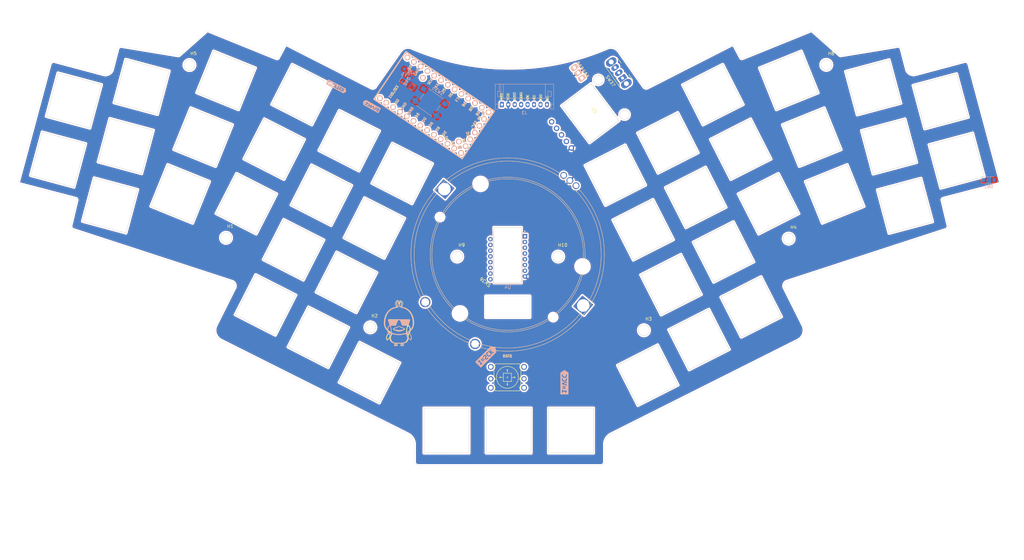
<source format=kicad_pcb>
(kicad_pcb (version 20211014) (generator pcbnew)
  (layers (0 "F.Cu" signal) (31 "B.Cu" signal) (34 "B.Paste" user) (35 "F.Paste" user) (36 "B.SilkS" user "B.Silkscreen") (37 "F.SilkS" user "F.Silkscreen") (38 "B.Mask" user) (39 "F.Mask" user) (44 "Edge.Cuts" user))
  (net 0 "")
  (net 1 "VCC")
  (net 2 "GND")
  (net 3 "VDD")
  (net 4 "Net-(C3-Pad1)")
  (net 5 "row_1")
  (net 6 "row_0")
  (net 7 "col6")
  (net 8 "row_3")
  (net 9 "row_2")
  (net 10 "MOSI")
  (net 11 "MOTION")
  (net 12 "NCS")
  (net 13 "MISO")
  (net 14 "SCLK")
  (net 15 "Net-(R1-Pad2)")
  (net 16 "Net-(R2-Pad1)")
  (net 17 "EncL")
  (net 18 "EncR")
  (net 19 "SDA")
  (net 20 "SCL")
  (net 21 "SR_CS")
  (net 28 "Net-(D35-Pad1)")
  (net 29 "TFT_CS")
  (net 30 "row_4")
  (net 31 "RESET")
  (net 33 "bat+")
  (net 34 "TFT_DC")
  (net 35 "Net-(D36-Pad1)")
  (net 36 "Net-(D37-Pad1)")
  (net 37 "Net-(D38-Pad1)")
  (net 38 "Net-(D39-Pad1)")
  (net 39 "row_5")
  (net 40 "TFT_RST")
  (net 41 "TFT_BL")
  (net 42 "RAW")
  (net 43 "GPIO10")
  (net 44 "LED_3V3")
  (net 45 "LED_PWR")
  (net 46 "LED_5V")
  (net 47 "Net-(D40-Pad2)")
  (net 48 "Net-(D81-Pad1)")
  (net 49 "row_6")
  (net 50 "GPIO11")
  (net 51 "GPIO16")
  (net 52 "LED_SHFT_5V")
  (footprint "Alaa:14mm-switch-hole" (layer "F.Cu") (at 225.603 181.816199 180)
    (fp_text reference "D73" hide)
    (fp_text value "SK6812MINI-E" hide)
    (fp_line (start -6.98 -7.01) (end 7.02 -6.99) (layer "Edge.Cuts") (width 0.12))
    (fp_line (start -6.99 7) (end -6.98 -7.01) (layer "Edge.Cuts") (width 0.12))
    (fp_line (start 7.02 -6.99) (end 7.01 7) (layer "Edge.Cuts") (width 0.12))
    (fp_line (start 7.01 7) (end -6.99 7) (layer "Edge.Cuts") (width 0.12))
  )
  (footprint "Alaa:14mm-switch-hole" (layer "F.Cu") (at 329.150363 112.077706 -165)
    (fp_text reference "D42" hide)
    (fp_text value "SK6812MINI-E" hide)
    (fp_line (start -6.99 7) (end -6.98 -7.01) (layer "Edge.Cuts") (width 0.12))
    (fp_line (start 7.01 7) (end -6.99 7) (layer "Edge.Cuts") (width 0.12))
    (fp_line (start 7.02 -6.99) (end 7.01 7) (layer "Edge.Cuts") (width 0.12))
    (fp_line (start -6.98 -7.01) (end 7.02 -6.99) (layer "Edge.Cuts") (width 0.12))
  )
  (footprint "Alaa:MountingHole_M3-edgeCut" (layer "F.Cu") (at 221.615 127.8412)
    (fp_text reference "H10" (at 1.388238 -3.568475 1) (layer "F.SilkS"))
    (fp_text value "MountingHole_Pad")
    (fp_circle (center 0.01 -0.01) (end 0.762 1.524) (layer "Edge.Cuts") (width 0.12) (fill none))
  )
  (footprint "Alaa:14mm-switch-hole" (layer "F.Cu") (at 130.881959 142.846294 153)
    (fp_text reference "D85" hide)
    (fp_text value "SK6812MINI-E" hide)
    (fp_line (start -6.99 7) (end -6.98 -7.01) (layer "Edge.Cuts") (width 0.12))
    (fp_line (start -6.98 -7.01) (end 7.02 -6.99) (layer "Edge.Cuts") (width 0.12))
    (fp_line (start 7.01 7) (end -6.99 7) (layer "Edge.Cuts") (width 0.12))
    (fp_line (start 7.02 -6.99) (end 7.01 7) (layer "Edge.Cuts") (width 0.12))
  )
  (footprint "Alaa:MountingHole_M3-edgeCut" (layer "F.Cu") (at 304.725639 68.348093 -2)
    (fp_text reference "H8" (at 1.388238 -3.568475 -1) (layer "F.SilkS"))
    (fp_text value "MountingHole_Pad")
    (fp_circle (center 0.01 -0.01) (end 0.762 1.524) (layer "Edge.Cuts") (width 0.12) (fill none))
  )
  (footprint "kibuzzard-639A2CA8" (layer "F.Cu") (at 214.149 78.4382 -90)
    (fp_text reference "kibuzzard-639A2CA8" hide)
    (fp_text value "G***" hide)
  )
  (footprint "kibuzzard-639A2C18" (layer "F.Cu") (at 206.021 78.1842 -90)
    (fp_text reference "kibuzzard-639A2C18" hide)
    (fp_text value "G***" hide)
  )
  (footprint "kibuzzard-639A2CB2" (layer "F.Cu") (at 216.181 78.4382 -90)
    (fp_text reference "kibuzzard-639A2CB2" hide)
    (fp_text value "G***" hide)
  )
  (footprint "Alaa:14mm-switch-hole" (layer "F.Cu") (at 324.222009 93.674381 -165)
    (fp_text reference "D56" hide)
    (fp_text value "SK6812MINI-E" hide)
    (fp_line (start -6.98 -7.01) (end 7.02 -6.99) (layer "Edge.Cuts") (width 0.12))
    (fp_line (start 7.02 -6.99) (end 7.01 7) (layer "Edge.Cuts") (width 0.12))
    (fp_line (start 7.01 7) (end -6.99 7) (layer "Edge.Cuts") (width 0.12))
    (fp_line (start -6.99 7) (end -6.98 -7.01) (layer "Edge.Cuts") (width 0.12))
  )
  (footprint "kibuzzard-639A2CBD" (layer "F.Cu") (at 218.213 78.6922 -90)
    (fp_text reference "kibuzzard-639A2CBD" hide)
    (fp_text value "G***" hide)
  )
  (footprint "Alaa:14mm-switch-hole" (layer "F.Cu") (at 239.337078 102.587385 -153)
    (fp_text reference "D50" hide)
    (fp_text value "SK6812MINI-E" hide)
    (fp_line (start 7.01 7) (end -6.99 7) (layer "Edge.Cuts") (width 0.12))
    (fp_line (start -6.98 -7.01) (end 7.02 -6.99) (layer "Edge.Cuts") (width 0.12))
    (fp_line (start -6.99 7) (end -6.98 -7.01) (layer "Edge.Cuts") (width 0.12))
    (fp_line (start 7.02 -6.99) (end 7.01 7) (layer "Edge.Cuts") (width 0.12))
  )
  (footprint "Alaa:14mm-switch-hole" (layer "F.Cu") (at 255.639252 92.545289 -153)
    (fp_text reference "D57" hide)
    (fp_text value "SK6812MINI-E" hide)
    (fp_line (start -6.98 -7.01) (end 7.02 -6.99) (layer "Edge.Cuts") (width 0.12))
    (fp_line (start 7.02 -6.99) (end 7.01 7) (layer "Edge.Cuts") (width 0.12))
    (fp_line (start 7.01 7) (end -6.99 7) (layer "Edge.Cuts") (width 0.12))
    (fp_line (start -6.99 7) (end -6.98 -7.01) (layer "Edge.Cuts") (width 0.12))
  )
  (footprint "Alaa:14mm-switch-hole" (layer "F.Cu") (at 82.682376 111.9662 165)
    (fp_text reference "D48" hide)
    (fp_text value "SK6812MINI-E" hide)
    (fp_line (start 7.02 -6.99) (end 7.01 7) (layer "Edge.Cuts") (width 0.12))
    (fp_line (start -6.98 -7.01) (end 7.02 -6.99) (layer "Edge.Cuts") (width 0.12))
    (fp_line (start -6.99 7) (end -6.98 -7.01) (layer "Edge.Cuts") (width 0.12))
    (fp_line (start 7.01 7) (end -6.99 7) (layer "Edge.Cuts") (width 0.12))
  )
  (footprint "Alaa:14mm-switch-hole" (layer "F.Cu") (at 345.182169 98.058141 -165)
    (fp_text reference "D49" hide)
    (fp_text value "SK6812MINI-E" hide)
    (fp_line (start -6.98 -7.01) (end 7.02 -6.99) (layer "Edge.Cuts") (width 0.12))
    (fp_line (start -6.99 7) (end -6.98 -7.01) (layer "Edge.Cuts") (width 0.12))
    (fp_line (start 7.02 -6.99) (end 7.01 7) (layer "Edge.Cuts") (width 0.12))
    (fp_line (start 7.01 7) (end -6.99 7) (layer "Edge.Cuts") (width 0.12))
  )
  (footprint "Alaa:Helios-SeaPicro" (layer "F.Cu") (at 184.179665 81.549106 -34)
    (fp_text reference "U1" hide)
    (fp_text value "Elite-C" hide)
    (fp_text user "B0" (at -13.97 -5.461 56) (layer "B.SilkS") (effects (font (size 0.8 0.8)) (justify mirror)))
    (fp_text user "GND" (at -8.89 5.461 56) (layer "B.SilkS") (effects (font (size 0.8 0.8)) (justify mirror)))
    (fp_text user "B2" (at 11.43 -5.461 56) (layer "B.SilkS") (effects (font (size 0.8 0.8)) (justify mirror)))
    (fp_text user "B5" (at 12.7 6.4 11) (layer "B.SilkS") (effects (font (size 0.7 0.7)) (justify mirror)))
    (fp_text user "D7" (at 6.35 5.461 56) (layer "B.SilkS") (effects (font (size 0.8 0.8)) (justify mirror)))
    (fp_text user "VCC" (at -6.35 -5.461 56) (layer "B.SilkS") (effects (font (size 0.8 0.8)) (justify mirror)))
    (fp_text user "F0" (at 12.6 -4.5 56) (layer "B.SilkS") (effects (font (size 0.7 0.7)) (justify mirror)))
    (fp_text user "F1" (at 12.4 -2.54 56) (layer "B.SilkS") (effects (font (size 0.8 0.8)) (justify mirror)))
    (fp_text user "F5" (at -1.27 -5.461 56) (layer "B.SilkS") (effects (font (size 0.8 0.8)) (justify mirror)))
    (fp_text user "D2" (at -11.43 5.461 56) (layer "B.SilkS") (effects (font (size 0.8 0.8)) (justify mirror)))
    (fp_text user "B7" (at 12.53 3.96 101) (layer "B.SilkS") (effects (font (size 0.7 0.7)) (justify mirror)))
    (fp_text user "B3" (at 8.89 -5.461 56) (layer "B.SilkS") (effects (font (size 0.8 0.8)) (justify mirror)))
    (fp_text user "GND" (at -11.43 -5.461 56) (layer "B.SilkS") (effects (font (size 0.8 0.8)) (justify mirror)))
    (fp_text user "F6" (at 1.27 -5.461 56) (layer "B.SilkS") (effects (font (size 0.8 0.8)) (justify mirror)))
    (fp_text user "D4" (at 1.27 5.461 56) (layer "B.SilkS") (effects (font (size 0.8 0.8)) (justify mirror)))
    (fp_text user "TX0/D3" (at -13.97 3.571872 56) (layer "B.SilkS") (effects (font (size 0.8 0.8)) (justify mirror)))
    (fp_text user "GND" (at -6.35 5.461 56) (layer "B.SilkS") (effects (font (size 0.8 0.8)) (justify mirror)))
    (fp_text user "C7" (at 12.6 -1.06 101) (layer "B.SilkS") (effects (font (size 0.8 0.8)) (justify mirror)))
    (fp_text user "B4" (at 10.15 6.55 101) (layer "B.SilkS") (effects (font (size 0.8 0.8)) (justify mirror)))
    (fp_text user "D5" (at 12.39 1.62 101) (layer "B.SilkS") (effects (font (size 0.8 0.8)) (justify mirror)))
    (fp_text user "B1" (at 6.35 -5.461 56) (layer "B.SilkS") (effects (font (size 0.8 0.8)) (justify mirror)))
    (fp_text user "F7" (at 3.81 -5.461 56) (layer "B.SilkS") (effects (font (size 0.8 0.8)) (justify mirror)))
    (fp_text user "B6" (at 12.7 -6.4 101 unlocked) (layer "B.SilkS") (effects (font (size 0.7 0.7)) (justify mirror)))
    (fp_text user "C6" (at 3.81 5.461 56) (layer "B.SilkS") (effects (font (size 0.8 0.8)) (justify mirror)))
    (fp_text user "F4" (at -3.81 -5.461 56) (layer "B.SilkS") (effects (font (size 0.8 0.8)) (justify mirror)))
    (fp_text user "E6" (at 7.685 6.402071 101) (layer "B.SilkS") (effects (font (size 0.8 0.8)) (justify mirror)))
    (fp_text user "D0" (at -1.27 5.461 56) (layer "B.SilkS") (effects (font (size 0.8 0.8)) (justify mirror)))
    (fp_text user "D1" (at -3.81 5.461 56) (layer "B.SilkS") (effects (font (size 0.8 0.8)) (justify mirror)))
    (fp_text user "B5" (at 12.7 6.4 11) (layer "F.SilkS") (effects (font (size 0.7 0.7))))
    (fp_text user "C7" (at 12.6 -1.06 101) (layer "F.SilkS") (effects (font (size 0.8 0.8))))
    (fp_text user "B2" (at 11.43 -5.461 56) (layer "F.SilkS") (effects (font (size 0.8 0.8))))
    (fp_text user "F0" (at 12.6 -4.5 56) (layer "F.SilkS") (effects (font (size 0.7 0.7))))
    (fp_text user "TX0/D3" (at -13.97 3.571872 56) (layer "F.SilkS") (effects (font (size 0.8 0.8))))
    (fp_text user "D2" (at -11.43 5.461 56) (layer "F.SilkS") (effects (font (size 0.8 0.8))))
    (fp_text user "VCC" (at -6.35 -5.461 56) (layer "F.SilkS") (effects (font (size 0.8 0.8))))
    (fp_text user "C6" (at 3.81 5.461 56) (layer "F.SilkS") (effects (font (size 0.8 0.8))))
    (fp_text user "GND" (at -8.89 5.461 56) (layer "F.SilkS") (effects (font (size 0.8 0.8))))
    (fp_text user "D0" (at -1.27 5.461 56) (layer "F.SilkS") (effects (font (size 0.8 0.8))))
    (fp_text user "F1" (at 12.4 -2.54 56) (layer "F.SilkS") (effects (font (size 0.8 0.8))))
    (fp_text user "E6" (at 7.685 6.387929 101) (layer "F.SilkS") (effects (font (size 0.8 0.8))))
    (fp_text user "B7" (at 12.53 3.96 101) (layer "F.SilkS") (effects (font (size 0.7 0.7))))
    (fp_text user "F7" (at 3.81 -5.461 56) (layer "F.SilkS") (effects (font (size 0.8 0.8))))
    (fp_text user "F6" (at 1.27 -5.461 56) (layer "F.SilkS") (effects (font (size 0.8 0.8))))
    (fp_text user "B3" (at 8.89 -5.461 56) (layer "F.SilkS") (effects (font (size 0.8 0.8))))
    (fp_text user "GND" (at -6.35 5.461 56) (layer "F.SilkS") (effects (font (size 0.8 0.8))))
    (fp_text user "B1" (at 6.35 -5.461 56) (layer "F.SilkS") (effects (font (size 0.8 0.8))))
    (fp_text user "B0" (at -13.97 -5.461 56) (layer "F.SilkS") (effects (font (size 0.8 0.8))))
    (fp_text user "D4" (at 1.27 5.461 56) (layer "F.SilkS") (effects (font (size 0.8 0.8))))
    (fp_text user "D5" (at 12.39 1.62 101) (layer "F.SilkS") (effects (font (size 0.8 0.8))))
    (fp_text user "D1" (at -3.81 5.461 56) (layer "F.SilkS") (effects (font (size 0.8 0.8))))
    (fp_text user "D7" (at 6.35 5.461 56) (layer "F.SilkS") (effects (font (size 0.8 0.8))))
    (fp_text user "B6" (at 12.7 -6.4 101 unlocked) (layer "F.SilkS") (effects (font (size 0.7 0.7))))
    (fp_text user "GND" (at -11.43 -5.461 56) (layer "F.SilkS") (effects (font (size 0.8 0.8))))
    (fp_text user "F5" (at -1.27 -5.461 56) (layer "F.SilkS") (effects (font (size 0.8 0.8))))
    (fp_text user "B4" (at 10.15 6.55 101) (layer "F.SilkS") (effects (font (size 0.8 0.8))))
    (fp_text user "F4" (at -3.81 -5.461 56) (layer "F.SilkS") (effects (font (size 0.8 0.8))))
    (pad "1" thru_hole circle (at -13.97 7.62 326) (size 1.7526 1.7526) (drill 1.0922) (layers *.Cu *.SilkS *.Mask) (net 11 "MOTION"))
    (pad "2" thru_hole circle (at -11.43 7.62 326) (size 1.7526 1.7526) (drill 1.0922) (layers *.Cu *.SilkS *.Mask) (net 12 "NCS"))
    (pad "3" thru_hole circle (at -8.89 7.62 326) (size 1.7526 1.7526) (drill 1.0922) (layers *.Cu *.SilkS *.Mask) (net 2 "GND"))
    (pad "4" thru_hole circle (at -6.35 7.62 326) (size 1.7526 1.7526) (drill 1.0922) (layers *.Cu *.SilkS *.Mask) (net 2 "GND"))
    (pad "5" thru_hole circle (at -3.81 7.62 326) (size 1.7526 1.7526) (drill 1.0922) (layers *.Cu *.SilkS *.Mask) (net 19 "SDA"))
    (pad "6" thru_hole circle (at -1.27 7.62 326) (size 1.7526 1.7526) (drill 1.0922) (layers *.Cu *.SilkS *.Mask) (net 20 "SCL"))
    (pad "7" thru_hole circle (at 1.27 7.62 326) (size 1.7526 1.7526) (drill 1.0922) (layers *.Cu *.SilkS *.Mask) (net 6 "row_0"))
    (pad "8" thru_hole circle (at 3.81 7.62 326) (size 1.7526 1.7526) (drill 1.0922) (layers *.Cu *.SilkS *.Mask) (net 5 "row_1"))
    (pad "9" thru_hole circle (at 6.35 7.62 326) (size 1.7526 1.7526) (drill 1.0922) (layers *.Cu *.SilkS *.Mask) (net 9 "row_2"))
    (pad "10" thru_hole circle (at 8.89 7.62 326) (size 1.7526 1.7526) (drill 1.0922) (layers *.Cu *.SilkS *.Mask) (net 8 "row_3"))
    (pad "11" thru_hole circle (at 11.43 7.62 326) (size 1.7526 1.7526) (drill 1.0922) (layers *.Cu *.SilkS *.Mask) (net 30 "row_4"))
    (pad "12" thru_hole circle (at 13.97 7.6 326) (size 1.7526 1.7526) (drill 1.0922) (layers *.Cu *.SilkS *.Mask) (net 21 "SR_CS"))
    (pad "13" thru_hole circle (at 13.97 -7.62 326) (size 1.7526 1.7526) (drill 1.0922) (layers *.Cu *.SilkS *.Mask) (net 39 "row_5"))
    (pad "14" thru_hole circle (at 11.43 -7.62 326) (size 1.7526 1.7526) (drill 1.0922) (layers *.Cu *.SilkS *.Mask) (net 10 "MOSI"))
    (pad "15" thru_hole circle (at 8.89 -7.62 326) (size 1.7526 1.7526) (drill 1.0922) (layers *.Cu *.SilkS *.Mask) (net 13 "MISO"))
    (pad "16" thru_hole circle (at 6.35 -7.62 326) (size 1.7526 1.7526) (drill 1.0922) (layers *.Cu *.SilkS *.Mask) (net 14 "SCLK"))
    (pad "17" thru_hole circle (at 3.81 -7.62 326) (size 1.7526 1.7526) (drill 1.0922) (layers *.Cu *.SilkS *.Mask) (net 29 "TFT_CS"))
    (pad "18" thru_hole circle (at 1.27 -7.62 326) (size 1.7526 1.7526) (drill 1.0922) (layers *.Cu *.SilkS *.Mask) (net 44 "LED_3V3"))
    (pad "19" thru_hole circle (at -1.27 -7.62 326) (size 1.7526 1.7526) (drill 1.0922) (layers *.Cu *.SilkS *.Mask) (net 18 "EncR"))
    (pad "20" thru_hole circle (at -3.81 -7.62 326) (size 1.7526 1.7526) (drill 1.0922) (layers *.Cu *.SilkS *.Mask) (net 17 "EncL"))
    (pad "21" thru_hole circle (at -6.35 -7.62 326) (size 1.7526 1.7526) (drill 1.0922) (layers *.Cu *.SilkS *.Mask) (net 1 "VCC"))
    (pad "22" thru_hole circle (at -8.89 -7.62 326) (size 1.7526 1.7526) (drill 1.0922) (layers *.Cu *.SilkS *.Mask) (net 31 "RESET"))
    (pad "23" thru_hole circle (at -11.43 -7.62 326) (size 1.7526 1.7526) (drill 1.0922) (layers *.Cu *.SilkS *.Mask) (net 2 "GND"))
    (pad "24" thru_hole circle (at -13.97 -7.62 326) (size 1.7526 1.7526) (drill 1.0922) (layers *.Cu *.SilkS *.Mask) (net 42 "RAW"))
    (pad "25" thru_hole circle (at 13.97 5.08 326) (size 1.7526 1.7526) (drill 1.0922) (layers *.Cu *.SilkS *.Mask) (net 40 "TFT_RST"))
    (pad "26" thru_hole circle (at 13.97 2.54 326) (size 1.7526 1.7526) (drill 1.0922) (layers *.Cu *.SilkS *.Mask) (net 41 "TFT_BL"))
    (pad "27" thru_hole circle (at 13.97 0 326) (size 1.7526 1.7526) (drill 1.0922) (layers *.Cu *.SilkS *.Mask) (net 34 "TFT_DC"))
    (pad "28" thru_hole circle (at 13.97 -2.54 326) (size 1.7526 1.7526) (drill 1.0922) (layers *.Cu *.SilkS *.Mask) (net 49 "row_6"))
    (pad "29" thru_hole circle (at 13.97 -5.08 326) (size 1.7526 1.7526) (drill 1.0922) (layers *.Cu *.SilkS *.Mask) (net 51 "GPIO16"))
    (pad "30" thru_hole circle (at 11.43 5.08 326) (size 1.7526 1.7526) (drill 1.0922) (layers *.Cu *.SilkS *.Mask) (net 46 "LED_5V"))
    (pad "30" thru_hole circle (at -8.89 -5.12 326) (size 1.7526 1.7526) (drill 1.0922) (layers *.Cu *.SilkS *.Mask) (net 46 "LED_5V"))
    (pad "31" thru_hole circle (at -16.4 7.6 326) (size 1.7526 1.7526) (drill 1.0922) (layers *.Cu *.SilkS *.Mask) (net 43 "GPIO10"))
    (pad "32" thru_hole circle (at -16.4 -7.64 326) (size 1.7526 1.7526) (drill 1.0922) (layers *.Cu *.SilkS *.Mask) (net 50 "GPIO11"))
  )
  (footprint "Alaa:3JST_BAT" (layer "F.Cu") (at 227.793379 70.806928 125)
    (fp_text reference "J4" hide)
    (fp_text value "Conn_01x08_Female" hide)
    (fp_text user "B-" (at 0 1.8 125) (layer "B.SilkS") (effects (font (size 0.8 0.8)) (justify mirror)))
    (fp_text user "B+" (at 2 1.8 125) (layer "B.SilkS") (effects (font (size 0.8 0.8)) (justify mirror)))
    (fp_text user "B+" (at -2 1.8 125) (layer "B.SilkS") (effects (font (size 0.8 0.8)) (justify mirror)))
    (fp_text user "B+" (at -2 1.8 125) (layer "F.SilkS") (effects (font (size 0.8 0.8))))
    (fp_text user "B-" (at 0 1.8 125) (layer "F.SilkS") (effects (font (size 0.8 0.8))))
    (fp_text user "B+" (at 2 1.8 125) (layer "F.SilkS") (effects (font (size 0.8 0.8))))
    (pad "1" thru_hole roundrect (at 2 0 125) (size 1.5 2.25) (drill 1.0922) (layers *.Cu *.SilkS *.Mask) (net 33 "bat+"))
    (pad "2" thru_hole roundrect (at 0 0 125) (size 1.5 2.25) (drill 1.0922) (layers *.Cu *.SilkS *.Mask) (net 2 "GND"))
    (pad "3" thru_hole roundrect (at -2 0 125) (size 1.5 2.25) (drill 1.0922) (layers *.Cu *.SilkS *.Mask) (net 33 "bat+"))
  )
  (footprint "Alaa:MountingHole_M3-edgeCut" (layer "F.Cu") (at 190.293906 127.8412)
    (fp_text reference "H9" (at 1.388238 -3.568475 1) (layer "F.SilkS"))
    (fp_text value "MountingHole_Pad")
    (fp_circle (center 0.01 -0.01) (end 0.762 1.524) (layer "Edge.Cuts") (width 0.12) (fill none))
  )
  (footprint "Alaa:14mm-switch-hole" (layer "F.Cu") (at 71.466688 79.408082 165)
    (fp_text reference "D46" hide)
    (fp_text value "SK6812MINI-E" hide)
    (fp_line (start -6.98 -7.01) (end 7.02 -6.99) (layer "Edge.Cuts") (width 0.12))
    (fp_line (start -6.99 7) (end -6.98 -7.01) (layer "Edge.Cuts") (width 0.12))
    (fp_line (start 7.02 -6.99) (end 7.01 7) (layer "Edge.Cuts") (width 0.12))
    (fp_line (start 7.01 7) (end -6.99 7) (layer "Edge.Cuts") (width 0.12))
  )
  (footprint "kibuzzard-639A2C9D" (layer "F.Cu") (at 212.117 78.4382 -90)
    (fp_text reference "kibuzzard-639A2C9D" hide)
    (fp_text value "G***" hide)
  )
  (footprint "LOGO" (layer "F.Cu") (at 172.239 149.8122)
    (fp_text reference "G1" hide)
    (fp_text value "LOGO" hide)
  )
  (footprint "Alaa:14mm-switch-hole" (layer "F.Cu") (at 281.459 143.4622 -153)
    (fp_text reference "D51" hide)
    (fp_text value "SK6812MINI-E" hide)
    (fp_line (start 7.01 7) (end -6.99 7) (layer "Edge.Cuts") (width 0.12))
    (fp_line (start 7.02 -6.99) (end 7.01 7) (layer "Edge.Cuts") (width 0.12))
    (fp_line (start -6.99 7) (end -6.98 -7.01) (layer "Edge.Cuts") (width 0.12))
    (fp_line (start -6.98 -7.01) (end 7.02 -6.99) (layer "Edge.Cuts") (width 0.12))
  )
  (footprint "Alaa:14mm-switch-hole" (layer "F.Cu") (at 133.57401 94.506724 153)
    (fp_text reference "D61" hide)
    (fp_text value "SK6812MINI-E" hide)
    (fp_line (start -6.98 -7.01) (end 7.02 -6.99) (layer "Edge.Cuts") (width 0.12))
    (fp_line (start -6.99 7) (end -6.98 -7.01) (layer "Edge.Cuts") (width 0.12))
    (fp_line (start 7.02 -6.99) (end 7.01 7) (layer "Edge.Cuts") (width 0.12))
    (fp_line (start 7.01 7) (end -6.99 7) (layer "Edge.Cuts") (width 0.12))
  )
  (footprint "Alaa:14mm-switch-hole" (layer "F.Cu") (at 155.979349 135.844052 153)
    (fp_text reference "D84" hide)
    (fp_text value "SK6812MINI-E" hide)
    (fp_line (start -6.98 -7.01) (end 7.02 -6.99) (layer "Edge.Cuts") (width 0.12))
    (fp_line (start -6.99 7) (end -6.98 -7.01) (layer "Edge.Cuts") (width 0.12))
    (fp_line (start 7.02 -6.99) (end 7.01 7) (layer "Edge.Cuts") (width 0.12))
    (fp_line (start 7.01 7) (end -6.99 7) (layer "Edge.Cuts") (width 0.12))
  )
  (footprint "Alaa:14mm-switch-hole" (layer "F.Cu") (at 66.571814 97.7422 165)
    (fp_text reference "D91" hide)
    (fp_text value "SK6812MINI-E" hide)
    (fp_line (start -6.99 7) (end -6.98 -7.01) (layer "Edge.Cuts") (width 0.12))
    (fp_line (start 7.01 7) (end -6.99 7) (layer "Edge.Cuts") (width 0.12))
    (fp_line (start -6.98 -7.01) (end 7.02 -6.99) (layer "Edge.Cuts") (width 0.12))
    (fp_line (start 7.02 -6.99) (end 7.01 7) (layer "Edge.Cuts") (width 0.12))
  )
  (footprint "Alaa:14mm-switch-hole" (layer "F.Cu") (at 173.25865 102.058347 153)
    (fp_text reference "D90" hide)
    (fp_text value "SK6812MINI-E" hide)
    (fp_line (start 7.01 7) (end -6.99 7) (layer "Edge.Cuts") (width 0.12))
    (fp_line (start 7.02 -6.99) (end 7.01 7) (layer "Edge.Cuts") (width 0.12))
    (fp_line (start -6.99 7) (end -6.98 -7.01) (layer "Edge.Cuts") (width 0.12))
    (fp_line (start -6.98 -7.01) (end 7.02 -6.99) (layer "Edge.Cuts") (width 0.12))
  )
  (footprint "Alaa:14mm-switch-hole" (layer "F.Cu") (at 87.552 93.551125 165)
    (fp_text reference "D83" hide)
    (fp_text value "SK6812MINI-E" hide)
    (fp_line (start 7.02 -6.99) (end 7.01 7) (layer "Edge.Cuts") (width 0.12))
    (fp_line (start -6.98 -7.01) (end 7.02 -6.99) (layer "Edge.Cuts") (width 0.12))
    (fp_line (start -6.99 7) (end -6.98 -7.01) (layer "Edge.Cuts") (width 0.12))
    (fp_line (start 7.01 7) (end -6.99 7) (layer "Edge.Cuts") (width 0.12))
  )
  (footprint "kibuzzard-639A2C93" (layer "F.Cu") (at 210.085 78.1842 -90)
    (fp_text reference "kibuzzard-639A2C93" hide)
    (fp_text value "G***" hide)
  )
  (footprint "Alaa:14mm-switch-hole" (layer "F.Cu") (at 186.997416 181.8162 180)
    (fp_text reference "D59" hide)
    (fp_text value "SK6812MINI-E" hide)
    (fp_line (start -6.99 7) (end -6.98 -7.01) (layer "Edge.Cuts") (width 0.12))
    (fp_line (start 7.01 7) (end -6.99 7) (layer "Edge.Cuts") (width 0.12))
    (fp_line (start 7.02 -6.99) (end 7.01 7) (layer "Edge.Cuts") (width 0.12))
    (fp_line (start -6.98 -7.01) (end 7.02 -6.99) (layer "Edge.Cuts") (width 0.12))
  )
  (footprint "Alaa:14mm-switch-hole" (layer "F.Cu") (at 307.369959 108.39266 -158)
    (fp_text reference "D88" hide)
    (fp_text value "SK6812MINI-E" hide)
    (fp_line (start 7.01 7) (end -6.99 7) (layer "Edge.Cuts") (width 0.12))
    (fp_line (start -6.98 -7.01) (end 7.02 -6.99) (layer "Edge.Cuts") (width 0.12))
    (fp_line (start 7.02 -6.99) (end 7.01 7) (layer "Edge.Cuts") (width 0.12))
    (fp_line (start -6.99 7) (end -6.98 -7.01) (layer "Edge.Cuts") (width 0.12))
  )
  (footprint "Alaa:MountingHole_M3-edgeCut" (layer "F.Cu") (at 248.186745 150.728215 -1)
    (fp_text reference "H3" (at 1.388238 -3.568475) (layer "F.SilkS"))
    (fp_text value "MountingHole_Pad")
    (fp_circle (center 0.01 -0.01) (end 0.762 1.524) (layer "Edge.Cuts") (width 0.12) (fill none))
  )
  (footprint "Alaa:14mm-switch-hole" (layer "F.Cu") (at 142.199827 77.577603 153)
    (fp_text reference "D67" hide)
    (fp_text value "SK6812MINI-E" hide)
    (fp_line (start 7.01 7) (end -6.99 7) (layer "Edge.Cuts") (width 0.12))
    (fp_line (start -6.99 7) (end -6.98 -7.01) (layer "Edge.Cuts") (width 0.12))
    (fp_line (start 7.02 -6.99) (end 7.01 7) (layer "Edge.Cuts") (width 0.12))
    (fp_line (start -6.98 -7.01) (end 7.02 -6.99) (layer "Edge.Cuts") (width 0.12))
  )
  (footprint "Alaa:14mm-switch-hole" (layer "F.Cu") (at 286.840216 111.438912 -153)
    (fp_text reference "D72" hide)
    (fp_text value "SK6812MINI-E" hide)
    (fp_line (start 7.01 7) (end -6.99 7) (layer "Edge.Cuts") (width 0.12))
    (fp_line (start -6.99 7) (end -6.98 -7.01) (layer "Edge.Cuts") (width 0.12))
    (fp_line (start 7.02 -6.99) (end 7.01 7) (layer "Edge.Cuts") (width 0.12))
    (fp_line (start -6.98 -7.01) (end 7.02 -6.99) (layer "Edge.Cuts") (width 0.12))
  )
  (footprint "Alaa:14mm-switch-hole" (layer "F.Cu") (at 206.277412 181.812892 180)
    (fp_text reference "D66" hide)
    (fp_text value "SK6812MINI-E" hide)
    (fp_line (start -6.98 -7.01) (end 7.02 -6.99) (layer "Edge.Cuts") (width 0.12))
    (fp_line (start 7.02 -6.99) (end 7.01 7) (layer "Edge.Cuts") (width 0.12))
    (fp_line (start 7.01 7) (end -6.99 7) (layer "Edge.Cuts") (width 0.12))
    (fp_line (start -6.99 7) (end -6.98 -7.01) (layer "Edge.Cuts") (width 0.12))
  )
  (footprint "Alaa:PERS56v2" (layer "F.Cu") (at 205.94791 127.215842 140)
    (fp_text reference "SW36" (at -0.186125 -10.989441 140 unlocked) (layer "F.SilkS"))
    (fp_text value "RotaryEncoder")
    (pad "" thru_hole circle (at 10.091931 -27.732996 140) (size 3.2 3.2) (drill 2.4) (layers *.Cu *.Mask))
    (pad "" np_thru_hole circle (at -0.399847 -23.484645 140) (size 4.2 4.2) (drill 4.2) (layers F&B.Cu *.Mask))
    (pad "" np_thru_hole circle (at 23.544338 -4.573199 140) (size 2.4 2.4) (drill 2.4) (layers F&B.Cu *.Mask))
    (pad "" thru_hole circle (at -10.094278 -27.7333 140) (size 3.2 3.2) (drill 2.4) (layers *.Cu *.Mask))
    (pad "" np_thru_hole circle (at -23.289742 -5.8064 140) (size 2.4 2.4) (drill 2.4) (layers F&B.Cu *.Mask))
    (pad "" np_thru_hole circle (at -20.134933 12.098289 140) (size 4.2 4.2) (drill 4.2) (layers F&B.Cu *.Mask))
    (pad "" np_thru_hole circle (at 20.548742 11.390354 140) (size 4.2 4.2) (drill 4.2) (layers F&B.Cu *.Mask))
    (pad "A" thru_hole circle (at -2.5 30 140) (size 2.1 2.1) (drill 1.5) (layers *.Cu *.Mask) (net 17 "EncL"))
    (pad "B" thru_hole circle (at 2.5 30 140) (size 2.1 2.1) (drill 1.5) (layers *.Cu *.Mask) (net 18 "EncR"))
    (pad "C" thru_hole circle (at 0 30 140) (size 2.1 2.1) (drill 1.5) (layers *.Cu *.Mask) (net 2 "GND"))
    (pad "MP" thru_hole rect (at -28.095244 2.952929 140) (size 4.4 4.4) (drill oval 3.8 3.9) (layers *.Cu *.Mask))
    (pad "MP" thru_hole rect (at 28.070731 2.95064 140) (size 4.4 4.4) (drill oval 3.8 3.9) (layers *.Cu *.Mask))
  )
  (footprint "Alaa:14mm-switch-hole" (layer "F.Cu") (at 247.962897 119.516511 -153)
    (fp_text reference "D44" hide)
    (fp_text value "SK6812MINI-E" hide)
    (fp_line (start -6.99 7) (end -6.98 -7.01) (layer "Edge.Cuts") (width 0.12))
    (fp_line (start 7.02 -6.99) (end 7.01 7) (layer "Edge.Cuts") (width 0.12))
    (fp_line (start 7.01 7) (end -6.99 7) (layer "Edge.Cuts") (width 0.12))
    (fp_line (start -6.98 -7.01) (end 7.02 -6.99) (layer "Edge.Cuts") (width 0.12))
  )
  (footprint "Alaa:14mm-switch-hole" (layer "F.Cu") (at 272.890888 126.403541 -153)
    (fp_text reference "D65" hide)
    (fp_text value "SK6812MINI-E" hide)
    (fp_line (start -6.99 7) (end -6.98 -7.01) (layer "Edge.Cuts") (width 0.12))
    (fp_line (start 7.01 7) (end -6.99 7) (layer "Edge.Cuts") (width 0.12))
    (fp_line (start 7.02 -6.99) (end 7.01 7) (layer "Edge.Cuts") (width 0.12))
    (fp_line (start -6.98 -7.01) (end 7.02 -6.99) (layer "Edge.Cuts") (width 0.12))
  )
  (footprint "Alaa:14mm-switch-hole" (layer "F.Cu") (at 147.252283 152.884181 153)
    (fp_text reference "D41" hide)
    (fp_text value "SK6812MINI-E" hide)
    (fp_line (start -6.99 7) (end -6.98 -7.01) (layer "Edge.Cuts") (width 0.12))
    (fp_line (start 7.02 -6.99) (end 7.01 7) (layer "Edge.Cuts") (width 0.12))
    (fp_line (start 7.01 7) (end -6.99 7) (layer "Edge.Cuts") (width 0.12))
    (fp_line (start -6.98 -7.01) (end 7.02 -6.99) (layer "Edge.Cuts") (width 0.12))
  )
  (footprint "Alaa:MountingHole_M3-edgeCut" (layer "F.Cu") (at 163.349 149.8122 1)
    (fp_text reference "H2" (at 1.388238 -3.568475 2) (layer "F.SilkS"))
    (fp_text value "MountingHole_Pad")
    (fp_circle (center 0.01 -0.01) (end 0.762 1.524) (layer "Edge.Cuts") (width 0.12) (fill none))
  )
  (footprint "Alaa:14mm-switch-hole" (layer "F.Cu") (at 269.58858 77.580665 -153)
    (fp_text reference "D64" hide)
    (fp_text value "SK6812MINI-E" hide)
    (fp_line (start 7.01 7) (end -6.99 7) (layer "Edge.Cuts") (width 0.12))
    (fp_line (start -6.99 7) (end -6.98 -7.01) (layer "Edge.Cuts") (width 0.12))
    (fp_line (start -6.98 -7.01) (end 7.02 -6.99) (layer "Edge.Cuts") (width 0.12))
    (fp_line (start 7.02 -6.99) (end 7.01 7) (layer "Edge.Cuts") (width 0.12))
  )
  (footprint "Alaa:14mm-switch-hole" (layer "F.Cu") (at 148.193214 108.803708 153)
    (fp_text reference "D54" hide)
    (fp_text value "SK6812MINI-E" hide)
    (fp_line (start 7.02 -6.99) (end 7.01 7) (layer "Edge.Cuts") (width 0.12))
    (fp_line (start -6.98 -7.01) (end 7.02 -6.99) (layer "Edge.Cuts") (width 0.12))
    (fp_line (start 7.01 7) (end -6.99 7) (layer "Edge.Cuts") (width 0.12))
    (fp_line (start -6.99 7) (end -6.98 -7.01) (layer "Edge.Cuts") (width 0.12))
  )
  (footprint "Alaa:14mm-switch-hole" (layer "F.Cu") (at 293.134912 73.159673 -158)
    (fp_text reference "D71" hide)
    (fp_text value "SK6812MINI-E" hide)
    (fp_line (start 7.02 -6.99) (end 7.01 7) (layer "Edge.Cuts") (width 0.12))
    (fp_line (start -6.98 -7.01) (end 7.02 -6.99) (layer "Edge.Cuts") (width 0.12))
    (fp_line (start 7.01 7) (end -6.99 7) (layer "Edge.Cuts") (width 0.12))
    (fp_line (start -6.99 7) (end -6.98 -7.01) (layer "Edge.Cuts") (width 0.12))
  )
  (footprint "Alaa:14mm-switch-hole" (layer "F.Cu") (at 139.567397 125.732833 153)
    (fp_text reference "D69" hide)
    (fp_text value "SK6812MINI-E" hide)
    (fp_line (start 7.02 -6.99) (end 7.01 7) (layer "Edge.Cuts") (width 0.12))
    (fp_line (start -6.98 -7.01) (end 7.02 -6.99) (layer "Edge.Cuts") (width 0.12))
    (fp_line (start 7.01 7) (end -6.99 7) (layer "Edge.Cuts") (width 0.12))
    (fp_line (start -6.99 7) (end -6.98 -7.01) (layer "Edge.Cuts") (width 0.12))
  )
  (footprint "Alaa:14mm-switch-hole" (layer "F.Cu") (at 256.599526 136.549376 -153)
    (fp_text reference "D58" hide)
    (fp_text value "SK6812MINI-E" hide)
    (fp_line (start -6.98 -7.01) (end 7.02 -6.99) (layer "Edge.Cuts") (width 0.12))
    (fp_line (start -6.99 7) (end -6.98 -7.01) (layer "Edge.Cuts") (width 0.12))
    (fp_line (start 7.02 -6.99) (end 7.01 7) (layer "Edge.Cuts") (width 0.12))
    (fp_line (start 7.01 7) (end -6.99 7) (layer "Edge.Cuts") (width 0.12))
  )
  (footprint "Alaa:14mm-switch-hole" (layer "F.Cu") (at 264.265069 109.474413 -153)
    (fp_text reference "D86" hide)
    (fp_text value "SK6812MINI-E" hide)
    (fp_line (start 7.01 7) (end -6.99 7) (layer "Edge.Cuts") (width 0.12))
    (fp_line (start 7.02 -6.99) (end 7.01 7) (layer "Edge.Cuts") (width 0.12))
    (fp_line (start -6.98 -7.01) (end 7.02 -6.99) (layer "Edge.Cuts") (width 0.12))
    (fp_line (start -6.99 7) (end -6.98 -7.01) (layer "Edge.Cuts") (width 0.12))
  )
  (footprint "Alaa:14mm-switch-hole" (layer "F.Cu") (at 163.115178 163.851888 153)
    (fp_text reference "D52" hide)
    (fp_text value "SK6812MINI-E" hide)
    (fp_line (start 7.02 -6.99) (end 7.01 7) (layer "Edge.Cuts") (width 0.12))
    (fp_line (start -6.99 7) (end -6.98 -7.01) (layer "Edge.Cuts") (width 0.12))
    (fp_line (start -6.98 -7.01) (end 7.02 -6.99) (layer "Edge.Cuts") (width 0.12))
    (fp_line (start 7.01 7) (end -6.99 7) (layer "Edge.Cuts") (width 0.12))
  )
  (footprint "Alaa:14mm-switch-hole" (layer "F.Cu") (at 300.252433 90.776165 -158)
    (fp_text reference "D63" hide)
    (fp_text value "SK6812MINI-E" hide)
    (fp_line (start 7.02 -6.99) (end 7.01 7) (layer "Edge.Cuts") (width 0.12))
    (fp_line (start 7.01 7) (end -6.99 7) (layer "Edge.Cuts") (width 0.12))
    (fp_line (start -6.98 -7.01) (end 7.02 -6.99) (layer "Edge.Cuts") (width 0.12))
    (fp_line (start -6.99 7) (end -6.98 -7.01) (layer "Edge.Cuts") (width 0.12))
  )
  (footprint "Alaa:5Way-non-reverse" (layer "F.Cu") (at 205.869911 165.313863)
    (fp_text reference "HAT1" (at 0 -6.604) (layer "F.SilkS") (effects (font (size 0.8128 0.8128) (thickness 0.1524))))
    (fp_text value "5Way-Tactile_K1-1506DN-01")
    (fp_text user "${REFERENCE}" (at 0 -6.604) (layer "B.SilkS") (effects (font (size 0.8128 0.8128) (thickness 0.1524)) (justify mirror)))
    (pad "1" thru_hole circle (at -5.15 -3.25) (size 1.8 1.8) (drill 1.2) (layers *.Cu *.Mask) (net 28 "Net-(D35-Pad1)"))
    (pad "2" thru_hole circle (at -5.15 0.45) (size 1.6 1.6) (drill 1) (layers *.Cu *.Mask) (net 35 "Net-(D36-Pad1)"))
    (pad "3" thru_hole circle (at -5.15 3.25) (size 1.8 1.8) (drill 1.2) (layers *.Cu *.Mask) (net 36 "Net-(D37-Pad1)"))
    (pad "4" thru_hole circle (at 5.15 3.25) (size 1.8 1.8) (drill 1.2) (layers *.Cu *.Mask) (net 39 "row_5"))
    (pad "5" thru_hole circle (at 5.15 0.45) (size 1.6 1.6) (drill 1) (layers *.Cu *.Mask) (net 37 "Net-(D38-Pad1)"))
    (pad "6" thru_hole circle (at 5.15 -3.25) (size 1.8 1.8) (drill 1.2) (layers *.Cu *.Mask) (net 38 "Net-(D39-Pad1)"))
  )
  (footprint "Alaa:14mm-switch-hole" (layer "F.Cu") (at 124.948188 111.43585 153)
    (fp_text reference "D62" hide)
    (fp_text value "SK6812MINI-E" hide)
    (fp_line (start 7.01 7) (end -6.99 7) (layer "Edge.Cuts") (width 0.12))
    (fp_line (start 7.02 -6.99) (end 7.01 7) (layer "Edge.Cuts") (width 0.12))
    (fp_line (start -6.98 -7.01) (end 7.02 -6.99) (layer "Edge.Cuts") (width 0.12))
    (fp_line (start -6.99 7) (end -6.98 -7.01) (layer "Edge.Cuts") (width 0.12))
  )
  (footprint "Alaa:14mm-switch-hole" (layer "F.Cu") (at 319.295784 75.314335 -165)
    (fp_text reference "D87" hide)
    (fp_text value "SK6812MINI-E" hide)
    (fp_line (start -6.98 -7.01) (end 7.02 -6.99) (layer "Edge.Cuts") (width 0.12))
    (fp_line (start -6.99 7) (end -6.98 -7.01) (layer "Edge.Cuts") (width 0.12))
    (fp_line (start 7.01 7) (end -6.99 7) (layer "Edge.Cuts") (width 0.12))
    (fp_line (start 7.02 -6.99) (end 7.01 7) (layer "Edge.Cuts") (width 0.12))
  )
  (footprint "Alaa:14mm-switch-hole" (layer "F.Cu") (at 118.653843 73.155843 158)
    (fp_text reference "D60" hide)
    (fp_text value "SK6812MINI-E" hide)
    (fp_line (start -6.98 -7.01) (end 7.02 -6.99) (layer "Edge.Cuts") (width 0.12))
    (fp_line (start 7.01 7) (end -6.99 7) (layer "Edge.Cuts") (width 0.12))
    (fp_line (start -6.99 7) (end -6.98 -7.01) (layer "Edge.Cuts") (width 0.12))
    (fp_line (start 7.02 -6.99) (end 7.01 7) (layer "Edge.Cuts") (width 0.12))
  )
  (footprint "kibuzzard-639A2C87" (layer "F.Cu") (at 208.053 78.1842 -90)
    (fp_text reference "kibuzzard-639A2C87" hide)
    (fp_text value "G***" hide)
  )
  (footprint "Alaa:14mm-switch-hole" (layer "F.Cu") (at 340.214805 79.651435 -165)
    (fp_text reference "D92" hide)
    (fp_text value "SK6812MINI-E" hide)
    (fp_line (start 7.02 -6.99) (end 7.01 7) (layer "Edge.Cuts") (width 0.12))
    (fp_line (start -6.98 -7.01) (end 7.02 -6.99) (layer "Edge.Cuts") (width 0.12))
    (fp_line (start 7.01 7) (end -6.99 7) (layer "Edge.Cuts") (width 0.12))
    (fp_line (start -6.99 7) (end -6.98 -7.01) (layer "Edge.Cuts") (width 0.12))
  )
  (footprint "Alaa:14mm-switch-hole" (layer "F.Cu") (at 164.632828 118.98747 153)
    (fp_text reference "D47" hide)
    (fp_text value "SK6812MINI-E" hide)
    (fp_line (start -6.98 -7.01) (end 7.02 -6.99) (layer "Edge.Cuts") (width 0.12))
    (fp_line (start 7.01 7) (end -6.99 7) (layer "Edge.Cuts") (width 0.12))
    (fp_line (start -6.99 7) (end -6.98 -7.01) (layer "Edge.Cuts") (width 0.12))
    (fp_line (start 7.02 -6.99) (end 7.01 7) (layer "Edge.Cuts") (width 0.12))
  )
  (footprint "Alaa:14mm-switch-hole" (layer "F.Cu") (at 249.403028 164.638655 -153)
    (fp_text reference "D89" hide)
    (fp_text value "SK6812MINI-E" hide)
    (fp_line (start -6.99 7) (end -6.98 -7.01) (layer "Edge.Cuts") (width 0.12))
    (fp_line (start -6.98 -7.01) (end 7.02 -6.99) (layer "Edge.Cuts") (width 0.12))
    (fp_line (start 7.01 7) (end -6.99 7) (layer "Edge.Cuts") (width 0.12))
    (fp_line (start 7.02 -6.99) (end 7.01 7) (layer "Edge.Cuts") (width 0.12))
  )
  (footprint "Alaa:MountingHole_M3-edgeCut" (layer "F.Cu") (at 118.611908 122.017842 1)
    (fp_text reference "H1" (at 1.388238 -3.568475 2) (layer "F.SilkS"))
    (fp_text value "MountingHole_Pad")
    (fp_circle (center 0.01 -0.01) (end 0.762 1.524) (layer "Edge.Cuts") (width 0.12) (fill none))
  )
  (footprint "Alaa:14mm-switch-hole" (layer "F.Cu") (at 278.2144 94.50979 -153)
    (fp_text reference "D70" hide)
    (fp_text value "SK6812MINI-E" hide)
    (fp_line (start 7.01 7) (end -6.99 7) (layer "Edge.Cuts") (width 0.12))
    (fp_line (start -6.99 7) (end -6.98 -7.01) (layer "Edge.Cuts") (width 0.12))
    (fp_line (start 7.02 -6.99) (end 7.01 7) (layer "Edge.Cuts") (width 0.12))
    (fp_line (start -6.98 -7.01) (end 7.02 -6.99) (layer "Edge.Cuts") (width 0.12))
  )
  (footprint "Alaa:Pimoroni Haptic Buzz DRV2605L Driver" (layer "F.Cu") (at 230.946564 83.805765 -53)
    (fp_text reference "U5" (at 0 -2.33 127) (layer "F.SilkS"))
    (fp_text value "DRV2605L")
    (fp_rect (start -7.21 -6.47) (end 7.21 4.96) (layer "Edge.Cuts") (width 0.12) (fill none))
    (fp_circle (center 6.749967 -8.99) (end 8.249967 -8.98) (layer "Edge.Cuts") (width 0.12) (fill none))
    (fp_circle (center -6.75 -8.99) (end -5.25 -8.98) (layer "Edge.Cuts") (width 0.12) (fill none))
    (pad "1" thru_hole circle (at -5.08 10.4 37) (size 1.7 1.7) (drill 1) (layers *.Cu *.Mask) (net 1 "VCC"))
    (pad "2" thru_hole oval (at -2.54 10.4 37) (size 1.7 1.7) (drill 1) (layers *.Cu *.Mask) (net 19 "SDA"))
    (pad "3" thru_hole oval (at 0 10.4 37) (size 1.7 1.7) (drill 1) (layers *.Cu *.Mask) (net 20 "SCL"))
    (pad "4" thru_hole oval (at 2.54 10.4 37) (size 1.7 1.7) (drill 1) (layers *.Cu *.Mask))
    (pad "5" thru_hole oval (at 5.08 10.4 37) (size 1.7 1.7) (drill 1) (layers *.Cu *.Mask) (net 2 "GND"))
  )
  (footprint "Alaa:14mm-switch-hole" (layer "F.Cu") (at 265.285966 153.584337 -153)
    (fp_text reference "D45" hide)
    (fp_text value "SK6812MINI-E" hide)
    (fp_line (start 7.01 7) (end -6.99 7) (layer "Edge.Cuts") (width 0.12))
    (fp_line (start -6.99 7) (end -6.98 -7.01) (layer "Edge.Cuts") (width 0.12))
    (fp_line (start 7.02 -6.99) (end 7.01 7) (layer "Edge.Cuts") (width 0.12))
    (fp_line (start -6.98 -7.01) (end 7.02 -6.99) (layer "Edge.Cuts") (width 0.12))
  )
  (footprint "Alaa:14mm-switch-hole" (layer "F.Cu") (at 104.418795 108.38883 158)
    (fp_text reference "D55" hide)
    (fp_text value "SK6812MINI-E" hide)
    (fp_line (start -6.98 -7.01) (end 7.02 -6.99) (layer "Edge.Cuts") (width 0.12))
    (fp_line (start 7.02 -6.99) (end 7.01 7) (layer "Edge.Cuts") (width 0.12))
    (fp_line (start -6.99 7) (end -6.98 -7.01) (layer "Edge.Cuts") (width 0.12))
    (fp_line (start 7.01 7) (end -6.99 7) (layer "Edge.Cuts") (width 0.12))
  )
  (footprint "Alaa:SW_CuK_OS102011MA1QN1_SPDT_Angled" (layer "F.Cu") (at 241.553052 72.433544 125)
    (fp_text reference "SW37" (at 1.4 -3.6 125) (layer "F.SilkS"))
    (fp_text value "SW_SPDT")
    (pad "" thru_hole oval (at 6.1 0 125) (size 2.2 3.5) (drill 1.5) (layers *.Cu *.Mask))
    (pad "" thru_hole oval (at -2.1 0 125) (size 2.2 3.5) (drill 1.5) (layers *.Cu *.Mask))
    (pad "1" thru_hole rect (at 0 0 125) (size 1.5 2.5) (drill 0.9) (layers *.Cu *.Mask))
    (pad "2" thru_hole oval (at 2 0 125) (size 1.5 2.5) (drill 0.9) (layers *.Cu *.Mask) (net 33 "bat+"))
    (pad "3" thru_hole oval (at 4 0 125) (size 1.5 2.5) (drill 0.9) (layers *.Cu *.Mask) (net 42 "RAW"))
  )
  (footprint "Alaa:MountingHole_M3-edgeCut" (layer "F.Cu") (at 107.27523 68.411118 2)
    (fp_text reference "H5" (at 1.388238 -3.568475 3) (layer "F.SilkS"))
    (fp_text value "MountingHole_Pad")
    (fp_circle (center 0.01 -0.01) (end 0.762 1.524) (layer "Edge.Cuts") (width 0.12) (fill none))
  )
  (footprint "Alaa:14mm-switch-hole" (layer "F.Cu") (at 92.462051 75.180734 165)
    (fp_text reference "D53" hide)
    (fp_text value "SK6812MINI-E" hide)
    (fp_line (start 7.02 -6.99) (end 7.01 7) (layer "Edge.Cuts") (width 0.12))
    (fp_line (start 7.01 7) (end -6.99 7) (layer "Edge.Cuts") (width 0.12))
    (fp_line (start -6.99 7) (end -6.98 -7.01) (layer "Edge.Cuts") (width 0.12))
    (fp_line (start -6.98 -7.01) (end 7.02 -6.99) (layer "Edge.Cuts") (width 0.12))
  )
  (footprint "Alaa:14mm-switch-hole" (layer "F.Cu") (at 156.819036 91.874582 153)
    (fp_text reference "D74" hide)
    (fp_text value "SK6812MINI-E" hide)
    (fp_line (start 7.01 7) (end -6.99 7) (layer "Edge.Cuts") (width 0.12))
    (fp_line (start -6.99 7) (end -6.98 -7.01) (layer "Edge.Cuts") (width 0.12))
    (fp_line (start -6.98 -7.01) (end 7.02 -6.99) (layer "Edge.Cuts") (width 0.12))
    (fp_line (start 7.02 -6.99) (end 7.01 7) (layer "Edge.Cuts") (width 0.12))
  )
  (footprint "Alaa:MountingHole_M3-edgeCut" (layer "F.Cu") (at 293.070561 122.271839 -2)
    (fp_text reference "H4" (at 1.388238 -3.568475 -1) (layer "F.SilkS"))
    (fp_text value "MountingHole_Pad")
    (fp_circle (center 0.01 -0.01) (end 0.762 1.524) (layer "Edge.Cuts") (width 0.12) (fill none))
  )
  (footprint "Alaa:14mm-switch-hole" (layer "F.Cu") (at 111.536609 90.772745 158)
    (fp_text reference "D68" hide)
    (fp_text value "SK6812MINI-E" hide)
    (fp_line (start -6.98 -7.01) (end 7.02 -6.99) (layer "Edge.Cuts") (width 0.12))
    (fp_line (start 7.01 7) (end -6.99 7) (layer "Edge.Cuts") (width 0.12))
    (fp_line (start 7.02 -6.99) (end 7.01 7) (layer "Edge.Cuts") (width 0.12))
    (fp_line (start -6.99 7) (end -6.98 -7.01) (layer "Edge.Cuts") (width 0.12))
  )
  (footprint "kibuzzard-639A2BF5" (layer "F.Cu") (at 203.989 78.1842 -90)
    (fp_text reference "kibuzzard-639A2BF5" hide)
    (fp_text value "G***" hide)
  )
  (footprint "josh-soic-sot-etc:SOT-563" (layer "B.Cu") (at 176.315 75.1362 148)
    (fp_text reference "U6" (at 2.794 3.81 148) (layer "B.SilkS") (effects (justify mirror)))
    (fp_text value "74LVC1T45")
    (pad "1" smd roundrect (at -0.75 0.5 148) (size 0.7 0.34) (layers "B.Cu" "B.Paste" "B.Mask") (net 1 "VCC"))
    (pad "2" smd oval (at -0.75 0 148) (size 0.7 0.34) (layers "B.Cu" "B.Paste" "B.Mask") (net 2 "GND"))
    (pad "3" smd oval (at -0.75 -0.5 148) (size 0.7 0.34) (layers "B.Cu" "B.Paste" "B.Mask") (net 44 "LED_3V3"))
    (pad "4" smd oval (at 0.75 -0.5 148) (size 0.7 0.34) (layers "B.Cu" "B.Paste" "B.Mask") (net 52 "LED_SHFT_5V"))
    (pad "5" smd oval (at 0.75 0 148) (size 0.7 0.34) (layers "B.Cu" "B.Paste" "B.Mask") (net 1 "VCC"))
    (pad "6" smd oval (at 0.75 0.5 148) (size 0.7 0.34) (layers "B.Cu" "B.Paste" "B.Mask") (net 42 "RAW"))
  )
  (footprint "josh-passives-smt:D_SOD-323" (layer "B.Cu") (at 173.89 72.5962 58)
    (fp_text reference "D40" (at -0.25 1.130405 58) (layer "B.SilkS") (effects (justify mirror)))
    (fp_text value "B5817WS")
    (pad "1" smd roundrect (at -1.125 0 58) (size 0.65 0.6) (layers "B.Cu" "B.Paste" "B.Mask") (net 45 "LED_PWR"))
    (pad "2" smd roundrect (at 1.125 0 58) (size 0.65 0.6) (layers "B.Cu" "B.Paste" "B.Mask") (net 47 "Net-(D40-Pad2)"))
  )
  (footprint "kibuzzard-638CDF14" (layer "B.Cu") (at 199.450562 158.735763 45)
    (fp_text reference "kibuzzard-638CDF14" hide)
    (fp_text value "G***" hide)
  )
  (footprint "Capacitor_SMD:C_0402_1005Metric" (layer "B.Cu") (at 176.43 71.3262 -122)
    (fp_text reference "C6" (at 0 1.16 58) (layer "B.SilkS") (effects (justify mirror)))
    (fp_text value "4u7")
    (pad "1" smd roundrect (at -0.48 0 238) (size 0.56 0.62) (layers "B.Cu" "B.Paste" "B.Mask") (net 42 "RAW"))
    (pad "2" smd roundrect (at 0.48 0 238) (size 0.56 0.62) (layers "B.Cu" "B.Paste" "B.Mask") (net 2 "GND"))
  )
  (footprint "LOGO" (layer "B.Cu") (at 172.239 149.8122 180)
    (fp_text reference "G***" hide)
    (fp_text value "LOGO" hide)
  )
  (footprint "Diode_SMD:D_SOD-123" (layer "B.Cu") (at 355.119 104.0922)
    (fp_text reference "D81" (at 0 2) (layer "B.SilkS") (effects (justify mirror)))
    (fp_text value "1N4148")
    (pad "1" smd rect (at -1.65 0) (size 0.9 1.2) (layers "B.Cu" "B.Paste" "B.Mask") (net 48 "Net-(D81-Pad1)"))
    (pad "2" smd rect (at 1.65 0) (size 0.9 1.2) (layers "B.Cu" "B.Paste" "B.Mask") (net 7 "col6"))
  )
  (footprint "josh-passives-smt:Fuse_0603_1608Metric" (layer "B.Cu") (at 174.525 70.0562 -32)
    (fp_text reference "F1" (at 0 1.43 148) (layer "B.SilkS") (effects (justify mirror)))
    (fp_text value "500mA")
    (pad "1" smd roundrect locked (at -0.7875 0 328) (size 0.875 0.95) (layers "B.Cu" "B.Paste" "B.Mask") (net 47 "Net-(D40-Pad2)"))
    (pad "2" smd roundrect locked (at 0.7875 0 328) (size 0.875 0.95) (layers "B.Cu" "B.Paste" "B.Mask") (net 42 "RAW"))
  )
  (footprint "kibuzzard-63B8279E" (layer "B.Cu") (at 163.673133 81.140326 151)
    (fp_text reference "kibuzzard-63B8279E" hide)
    (fp_text value "G***" hide)
  )
  (footprint "Alaa:PMW3360DM-T2QU" (layer "B.Cu") (at 205.94791 127.2062 -90)
    (fp_text reference "U4" (at 10.16 0) (layer "B.SilkS") (effects (justify mirror)))
    (fp_text value "PMW3360DM-T2QU")
    (fp_rect (start -8.44 4.3) (end 8.82 -4.3) (layer "Edge.Cuts") (width 0.12) (fill none))
    (pad "1" thru_hole rect (at -5.66 -5.35 270) (size 1.4 1.4) (drill 0.7) (layers *.Cu *.Mask))
    (pad "2" thru_hole circle (at -3.88 -5.35 270) (size 1.4 1.4) (drill 0.7) (layers *.Cu *.Mask))
    (pad "3" thru_hole circle (at -2.1 -5.35 270) (size 1.4 1.4) (drill 0.7) (layers *.Cu *.Mask) (net 4 "Net-(C3-Pad1)"))
    (pad "4" thru_hole circle (at -0.32 -5.35 270) (size 1.4 1.4) (drill 0.7) (layers *.Cu *.Mask) (net 3 "VDD"))
    (pad "5" thru_hole circle (at 1.46 -5.35 270) (size 1.4 1.4) (drill 0.7) (layers *.Cu *.Mask) (net 1 "VCC"))
    (pad "6" thru_hole circle (at 3.24 -5.35 270) (size 1.4 1.4) (drill 0.7) (layers *.Cu *.Mask))
    (pad "7" thru_hole circle (at 5.02 -5.35 270) (size 1.4 1.4) (drill 0.7) (layers *.Cu *.Mask) (net 16 "Net-(R2-Pad1)"))
    (pad "8" thru_hole circle (at 6.8 -5.35 270) (size 1.4 1.4) (drill 0.7) (layers *.Cu *.Mask) (net 2 "GND"))
    (pad "9" thru_hole circle (at 7.69 5.35 270) (size 1.4 1.4) (drill 0.7) (layers *.Cu *.Mask) (net 11 "MOTION"))
    (pad "10" thru_hole circle (at 5.91 5.35 270) (size 1.4 1.4) (drill 0.7) (layers *.Cu *.Mask) (net 14 "SCLK"))
    (pad "11" thru_hole circle (at 4.13 5.35 270) (size 1.4 1.4) (drill 0.7) (layers *.Cu *.Mask) (net 10 "MOSI"))
    (pad "12" thru_hole circle (at 2.35 5.35 270) (size 1.4 1.4) (drill 0.7) (layers *.Cu *.Mask) (net 13 "MISO"))
    (pad "13" thru_hole circle (at 0.57 5.35 270) (size 1.4 1.4) (drill 0.7) (layers *.Cu *.Mask) (net 12 "NCS"))
    (pad "14" thru_hole circle (at -1.21 5.35 270) (size 1.4 1.4) (drill 0.7) (layers *.Cu *.Mask))
    (pad "15" thru_hole circle (at -2.99 5.35 270) (size 1.4 1.4) (drill 0.7) (layers *.Cu *.Mask) (net 15 "Net-(R1-Pad2)"))
    (pad "16" thru_hole circle (at -4.77 5.35 270) (size 1.4 1.4) (drill 0.7) (layers *.Cu *.Mask))
  )
  (footprint "kibuzzard-638CDE9C" (layer "B.Cu") (at 223.547 166.8302 90)
    (fp_text reference "kibuzzard-638CDE9C" hide)
    (fp_text value "G***" hide)
  )
  (footprint "kibuzzard-63B827BA" (layer "B.Cu") (at 152.935 75.1362 -28)
    (fp_text reference "kibuzzard-63B827BA" hide)
    (fp_text value "G***" hide)
  )
  (footprint "Button_Switch_SMD:SW_SPST_Omron_B3FS-100xP" (layer "B.Cu") (at 181.891 79.9622 145)
    (fp_text reference "SW35" (at 0 4.3 145) (layer "B.SilkS") (effects (justify mirror)))
    (fp_text value "SW_Push")
    (pad "1" smd rect (at -4 2.25 325) (size 1.6 1.4) (layers "B.Cu" "B.Paste" "B.Mask") (net 31 "RESET"))
    (pad "1" smd rect (at 4 2.25 325) (size 1.6 1.4) (layers "B.Cu" "B.Paste" "B.Mask") (net 31 "RESET"))
    (pad "2" smd rect (at -4 -2.25 325) (size 1.6 1.4) (layers "B.Cu" "B.Paste" "B.Mask") (net 2 "GND"))
    (pad "2" smd rect (at 4 -2.25 325) (size 1.6 1.4) (layers "B.Cu" "B.Paste" "B.Mask") (net 2 "GND"))
  )
  (footprint "Connector_JST:JST_PH_S8B-PH-K_1x08_P2.00mm_Horizontal" (layer "B.Cu") (at 204.134564 80.667765)
    (fp_text reference "J3" (at 7 2.55) (layer "B.SilkS") (effects (justify mirror)))
    (fp_text value "Conn_01x08_Female")
    (pad "1" thru_hole roundrect (at 0 0) (size 1.2 1.75) (drill 0.75) (layers *.Cu *.Mask) (roundrect_rratio 0.2083333333) (net 1 "VCC"))
    (pad "2" thru_hole oval (at 2 0) (size 1.2 1.75) (drill 0.75) (layers *.Cu *.Mask) (net 2 "GND"))
    (pad "3" thru_hole oval (at 4 0) (size 1.2 1.75) (drill 0.75) (layers *.Cu *.Mask) (net 10 "MOSI"))
    (pad "4" thru_hole oval (at 6 0) (size 1.2 1.75) (drill 0.75) (layers *.Cu *.Mask) (net 14 "SCLK"))
    (pad "5" thru_hole oval (at 8 0) (size 1.2 1.75) (drill 0.75) (layers *.Cu *.Mask) (net 29 "TFT_CS"))
    (pad "6" thru_hole oval (at 10 0) (size 1.2 1.75) (drill 0.75) (layers *.Cu *.Mask) (net 34 "TFT_DC"))
    (pad "7" thru_hole oval (at 12 0) (size 1.2 1.75) (drill 0.75) (layers *.Cu *.Mask) (net 40 "TFT_RST"))
    (pad "8" thru_hole oval (at 14 0) (size 1.2 1.75) (drill 0.75) (layers *.Cu *.Mask) (net 41 "TFT_BL"))
  )
  (gr_arc (start 297.433165 149.037844) (mid 297.656448 151.809636) (end 295.782165 153.863844) (layer "Edge.Cuts") (width 0.05))
  (gr_arc (start 104.268584 65.310497) (mid 103.956546 65.490477) (end 103.596335 65.487508) (layer "Edge.Cuts") (width 0.05))
  (gr_line (start 212.845908 146.751842) (end 212.845907 140.051841) (layer "Edge.Cuts") (width 0.05))
  (gr_arc (start 172.713908 64.10584) (mid 174.191496 63.028877) (end 176.019809 63.050505) (layer "Edge.Cuts") (width 0.05))
  (gr_arc (start 117.248 153.8762) (mid 115.373703 151.822004) (end 115.597 149.0502) (layer "Edge.Cuts") (width 0.05))
  (gr_arc (start 237.014269 63.050506) (mid 206.517039 69.366666) (end 176.019809 63.050505) (layer "Edge.Cuts") (width 0.05))
  (gr_line (start 85.117 63.1982) (end 83.339 70.0562) (layer "Edge.Cuts") (width 0.05))
  (gr_arc (start 326.389165 62.677844) (mid 327.255143 62.619928) (end 327.913165 63.185844) (layer "Edge.Cuts") (width 0.05))
  (gr_arc (start 64.035 68.2782) (mid 64.474876 67.526295) (end 65.305 67.2622) (layer "Edge.Cuts") (width 0.05))
  (gr_arc (start 54.911056 105.313849) (mid 54.36471 104.984089) (end 54.383 104.3462) (layer "Edge.Cuts") (width 0.05))
  (gr_line (start 297.433165 149.037844) (end 291.845165 137.861844) (layer "Edge.Cuts") (width 0.05))
  (gr_line (start 292.349259 135.575844) (end 341.375165 119.573844) (layer "Edge.Cuts") (width 0.05))
  (gr_line (start 134.316556 66.423843) (end 113.135822 57.836872) (layer "Edge.Cuts") (width 0.05))
  (gr_arc (start 235.993 186.3882) (mid 236.50776 184.275053) (end 238.124165 182.819844) (layer "Edge.Cuts") (width 0.05))
  (gr_arc (start 347.725165 67.249844) (mid 348.555264 67.513957) (end 348.995165 68.265844) (layer "Edge.Cuts") (width 0.05))
  (gr_line (start 358.119109 105.301493) (end 341.07463 109.744108) (layer "Edge.Cuts") (width 0.05))
  (gr_arc (start 275.622256 62.093485) (mid 275.919608 62.133785) (end 276.130255 62.347488) (layer "Edge.Cuts") (width 0.05))
  (gr_arc (start 278.713609 66.411487) (mid 278.388475 66.39188) (end 278.162255 66.157486) (layer "Edge.Cuts") (width 0.05))
  (gr_arc (start 299.894343 57.824516) (mid 300.174802 57.785593) (end 300.431916 57.904179) (layer "Edge.Cuts") (width 0.05))
  (gr_line (start 248.190268 75.301473) (end 240.316267 64.093471) (layer "Edge.Cuts") (width 0.05))
  (gr_line (start 70.639 117.8082) (end 72.375958 110.504569) (layer "Edge.Cuts") (width 0.05))
  (gr_arc (start 134.86791 66.169842) (mid 134.641718 66.404264) (end 134.316556 66.423843) (layer "Edge.Cuts") (width 0.05))
  (gr_arc (start 136.89991 62.359844) (mid 137.110563 62.146147) (end 137.407909 62.105841) (layer "Edge.Cuts") (width 0.05))
  (gr_line (start 235.993 191.4682) (end 235.993 186.3882) (layer "Edge.Cuts") (width 0.05))
  (gr_line (start 163.82391 75.567841) (end 137.407909 62.105841) (layer "Edge.Cuts") (width 0.05))
  (gr_line (start 275.622256 62.093485) (end 249.206255 75.555485) (layer "Edge.Cuts") (width 0.05))
  (gr_line (start 80.545 71.3262) (end 65.305 67.2622) (layer "Edge.Cuts") (width 0.05))
  (gr_arc (start 71.955535 109.756464) (mid 72.351597 110.026085) (end 72.375958 110.504569) (layer "Edge.Cuts") (width 0.05))
  (gr_arc (start 332.485165 71.313844) (mid 330.849521 71.203844) (end 329.691165 70.043844) (layer "Edge.Cuts") (width 0.05))
  (gr_line (start 172.713908 64.10584) (end 164.839907 75.313842) (layer "Edge.Cuts") (width 0.05))
  (gr_arc (start 340.654207 110.492213) (mid 340.678585 110.013714) (end 341.07463 109.744108) (layer "Edge.Cuts") (width 0.05))
  (gr_line (start 103.596335 65.487508) (end 86.641 62.6902) (layer "Edge.Cuts") (width 0.05))
  (gr_line (start 278.162255 66.157486) (end 276.130255 62.347488) (layer "Edge.Cuts") (width 0.05))
  (gr_arc (start 237.014269 63.050506) (mid 238.827235 63.059174) (end 240.316267 64.093471) (layer "Edge.Cuts") (width 0.05))
  (gr_arc (start 83.339 70.0562) (mid 82.180626 71.216178) (end 80.545 71.3262) (layer "Edge.Cuts") (width 0.05))
  (gr_line (start 347.725165 67.249844) (end 332.485165 71.313844) (layer "Edge.Cuts") (width 0.05))
  (gr_line (start 299.894343 57.824516) (end 278.713609 66.411487) (layer "Edge.Cuts") (width 0.05))
  (gr_arc (start 358.647165 104.333844) (mid 358.604352 104.938399) (end 358.119109 105.301493) (layer "Edge.Cuts") (width 0.05))
  (gr_arc (start 178.053164 192.7382) (mid 177.29982 192.299483) (end 177.037164 191.4682) (layer "Edge.Cuts") (width 0.05))
  (gr_line (start 71.655 119.5862) (end 120.680906 135.5882) (layer "Edge.Cuts") (width 0.05))
  (gr_arc (start 309.43383 65.475152) (mid 309.073626 65.478106) (end 308.761581 65.298141) (layer "Edge.Cuts") (width 0.05))
  (gr_line (start 178.053164 192.7382) (end 234.977 192.7382) (layer "Edge.Cuts") (width 0.05))
  (gr_line (start 121.185 137.8742) (end 115.597 149.0502) (layer "Edge.Cuts") (width 0.05))
  (gr_line (start 308.761581 65.298141) (end 300.431916 57.904179) (layer "Edge.Cuts") (width 0.05))
  (gr_line (start 199.129909 146.751841) (end 212.845908 146.751842) (layer "Edge.Cuts") (width 0.05))
  (gr_line (start 329.691165 70.043844) (end 327.913165 63.185844) (layer "Edge.Cuts") (width 0.05))
  (gr_line (start 199.129909 146.751841) (end 199.129906 140.051842) (layer "Edge.Cuts") (width 0.05))
  (gr_arc (start 342.391165 117.795844) (mid 342.363434 118.959287) (end 341.375165 119.573844) (layer "Edge.Cuts") (width 0.05))
  (gr_line locked (start 112.598249 57.916535) (end 104.268584 65.310497) (layer "Edge.Cuts") (width 0.05))
  (gr_line (start 348.995165 68.265844) (end 358.647165 104.333844) (layer "Edge.Cuts") (width 0.05))
  (gr_arc (start 291.845165 137.861844) (mid 291.573547 136.603384) (end 292.349259 135.575844) (layer "Edge.Cuts") (width 0.05))
  (gr_arc (start 249.206265 75.555472) (mid 248.665092 75.561154) (end 248.190268 75.301473) (layer "Edge.Cuts") (width 0.05))
  (gr_line (start 199.129906 140.051842) (end 212.845907 140.051841) (layer "Edge.Cuts") (width 0.05))
  (gr_line (start 117.248 153.8762) (end 174.906 182.8322) (layer "Edge.Cuts") (width 0.05))
  (gr_line (start 340.654207 110.492213) (end 342.391165 117.795844) (layer "Edge.Cuts") (width 0.05))
  (gr_arc (start 85.117 63.1982) (mid 85.775036 62.632309) (end 86.641 62.6902) (layer "Edge.Cuts") (width 0.05))
  (gr_arc (start 71.655 119.5862) (mid 70.666733 118.971625) (end 70.639 117.8082) (layer "Edge.Cuts") (width 0.05))
  (gr_line (start 54.383 104.3462) (end 64.035 68.2782) (layer "Edge.Cuts") (width 0.05))
  (gr_line (start 136.89991 62.359844) (end 134.86791 66.169842) (layer "Edge.Cuts") (width 0.05))
  (gr_line (start 177.037164 186.3882) (end 177.037164 191.4682) (layer "Edge.Cuts") (width 0.05))
  (gr_arc (start 235.993 191.4682) (mid 235.730365 192.299492) (end 234.977 192.7382) (layer "Edge.Cuts") (width 0.05))
  (gr_arc (start 112.598249 57.916535) (mid 112.855368 57.797956) (end 113.135822 57.836872) (layer "Edge.Cuts") (width 0.05))
  (gr_line (start 71.955535 109.756464) (end 54.911056 105.313849) (layer "Edge.Cuts") (width 0.05))
  (gr_arc (start 174.906 182.8322) (mid 176.521998 184.280332) (end 177.037164 186.3882) (layer "Edge.Cuts") (width 0.05))
  (gr_line (start 238.124165 182.819844) (end 295.782165 153.863844) (layer "Edge.Cuts") (width 0.05))
  (gr_line (start 326.389165 62.677844) (end 309.43383 65.475152) (layer "Edge.Cuts") (width 0.05))
  (gr_arc (start 120.680906 135.5882) (mid 121.456657 136.615714) (end 121.185 137.8742) (layer "Edge.Cuts") (width 0.05))
  (gr_arc (start 164.839907 75.313842) (mid 164.365072 75.573509) (end 163.82391 75.567841) (layer "Edge.Cuts") (width 0.05))
  (zone (net 2) (net_name "GND") (layers F&B.Cu) (connect_pads (clearance 0.508)) (min_thickness 0.254) (fill yes (thermal_gap 0.508) (thermal_bridge_width 0.508) (island_removal_mode 1) (island_area_min 0))
    (polygon (pts (xy 366.041 221.9482) (xy 48.541 216.1062) (xy 49.811 53.5462) (xy 365.025 48.2122)))
  )
)
</source>
